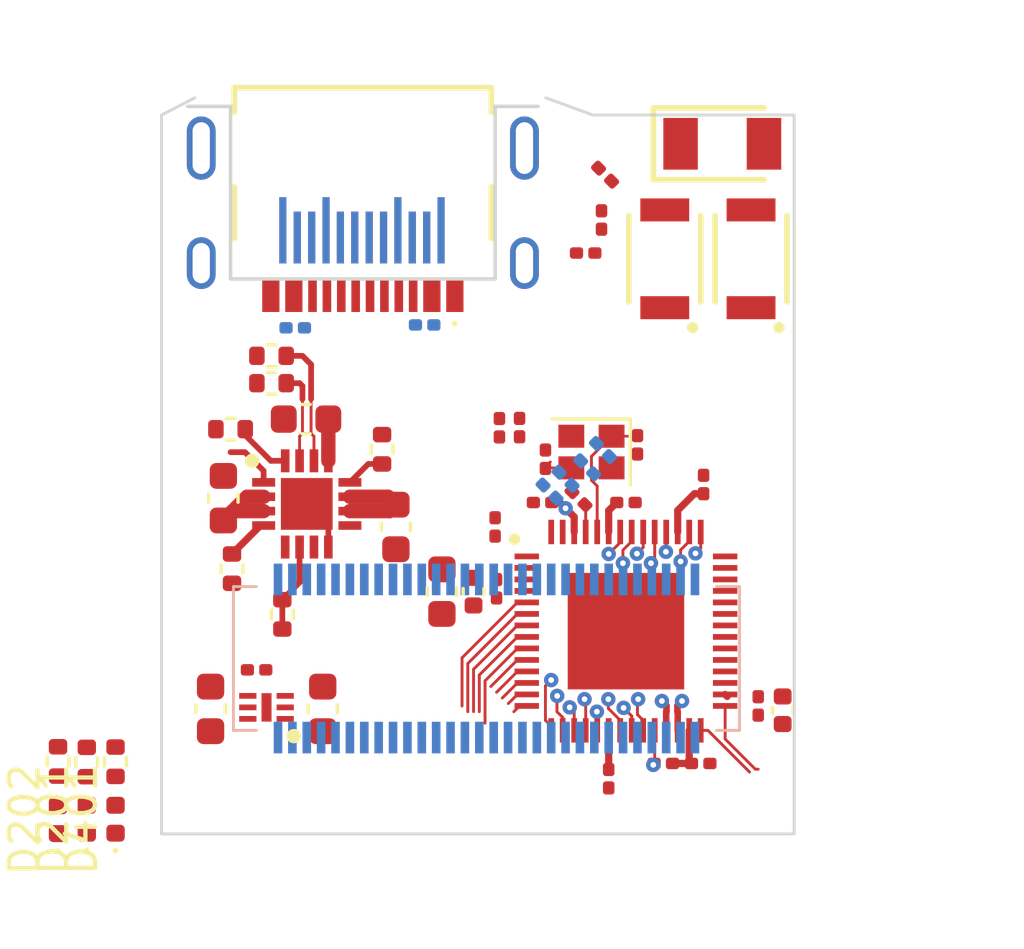
<source format=kicad_pcb>
(kicad_pcb (version 20221018) (generator pcbnew)
  (layers (0 "F.Cu" signal) (1 "In1.Cu" signal) (2 "In2.Cu" signal) (31 "B.Cu" signal) (34 "B.Paste" user) (35 "F.Paste" user) (36 "B.SilkS" user "B.Silkscreen") (37 "F.SilkS" user "F.Silkscreen") (38 "B.Mask" user) (39 "F.Mask" user) (44 "Edge.Cuts" user))
  (net 0 "")
  (net 1 "Net-(ANT401-A)")
  (net 2 "/200_1S_Charger/VBAT")
  (net 3 "GND")
  (net 4 "VBUS")
  (net 5 "/200_1S_Charger/VSYS")
  (net 6 "/300_Power/VSYS")
  (net 7 "+3V3")
  (net 8 "Net-(C401-Pad1)")
  (net 9 "Net-(U401-XTAL_N)")
  (net 10 "/400_ESP32/LNA_IN")
  (net 11 "SPI6")
  (net 12 "/400_ESP32/EN")
  (net 13 "/200_1S_Charger/BQ_PGOOD")
  (net 14 "/200_1S_Charger/LED_PG")
  (net 15 "/200_1S_Charger/BQ_CHG")
  (net 16 "/200_1S_Charger/LED_CHG")
  (net 17 "/400_ESP32/LED_NET")
  (net 18 "/100_Connectors/CC1")
  (net 19 "/100_Connectors/D+")
  (net 20 "/100_Connectors/D-")
  (net 22 "/100_Connectors/CC2")
  (net 24 "/100_Connectors/VBAT")
  (net 25 "/100_Connectors/VSYS")
  (net 26 "/100_Connectors/RX0")
  (net 27 "IO0")
  (net 28 "/100_Connectors/TX0")
  (net 29 "IO1")
  (net 30 "SPI0")
  (net 31 "IO2")
  (net 32 "SPI1")
  (net 33 "IO3")
  (net 34 "SPI2")
  (net 35 "IO4")
  (net 36 "SPI3")
  (net 37 "IO5")
  (net 38 "SPI4")
  (net 39 "IO6")
  (net 40 "SPI5")
  (net 41 "IO7")
  (net 42 "SPI7")
  (net 43 "IO8")
  (net 44 "/100_Connectors/BATTERY_TEMP")
  (net 45 "IO9")
  (net 46 "IO10")
  (net 47 "IO11")
  (net 48 "IO34")
  (net 49 "IO12")
  (net 50 "IO35")
  (net 51 "IO13")
  (net 52 "IO36")
  (net 53 "IO14")
  (net 54 "IO37")
  (net 55 "IO15")
  (net 56 "IO38")
  (net 57 "IO16")
  (net 58 "IO39")
  (net 59 "IO17")
  (net 60 "IO40")
  (net 61 "IO18")
  (net 62 "IO41")
  (net 63 "IO21")
  (net 64 "IO42")
  (net 65 "IO33")
  (net 66 "/200_1S_Charger/SYSOFF")
  (net 67 "/200_1S_Charger/TMR")
  (net 68 "/200_1S_Charger/ISET")
  (net 69 "/200_1S_Charger/ILIM")
  (net 70 "/200_1S_Charger/BQ_CE")
  (net 71 "/300_Power/PRIM_LDO_EN")
  (net 72 "Net-(U401-XTAL_P)")
  (net 73 "/400_ESP32/IO46")
  (net 74 "/400_ESP32/IO45")
  (footprint "Capacitor_SMD:C_0201_0603Metric" (layer "F.Cu") (at 172.75 55.55 -90)
    (fp_text reference "C412" hide)
    (fp_text value "100n")
  )
  (footprint "Capacitor_SMD:C_0201_0603Metric" (layer "F.Cu") (at 168.550002 46.47 -90)
    (fp_text reference "C402" hide)
    (fp_text value "15p")
  )
  (footprint "Resistor_SMD:R_0201_0603Metric" (layer "F.Cu") (at 166.500001 48.325 -45)
    (fp_text reference "R401" hide)
    (fp_text value "0")
  )
  (footprint "Capacitor_SMD:C_0603_1608Metric" (layer "F.Cu") (at 161.750001 51.575 90)
    (fp_text reference "C409" hide)
    (fp_text value "10u")
  )
  (footprint "Component_lib:QFN40P700X700X90-57N-D" (layer "F.Cu") (at 168.15 52.95)
    (fp_text reference "U401" hide)
    (fp_text value "ESP32-S2FH4" hide)
  )
  (footprint "Capacitor_SMD:C_0201_0603Metric" (layer "F.Cu") (at 170.75 57.55)
    (fp_text reference "C416" hide)
    (fp_text value "100n")
  )
  (footprint "Capacitor_SMD:C_0603_1608Metric" (layer "F.Cu") (at 160.149999 49.325 -90)
    (fp_text reference "C203" hide)
    (fp_text value "4u7")
  )
  (footprint "Capacitor_SMD:C_0201_0603Metric" (layer "F.Cu") (at 166.75 39.8 180)
    (fp_text reference "C407" hide)
    (fp_text value "C")
  )
  (footprint "LED_SMD:LED_0402_1005Metric" (layer "F.Cu") (at 150.4 59.49 90)
    (fp_text reference "D401")
    (fp_text value "LED")
  )
  (footprint "Component_lib:Crystal_SMD_2016-4Pin_2.0x1.6mm" (layer "F.Cu") (at 166.950001 46.72 180)
    (fp_text reference "Y601" hide)
    (fp_text value "Crystal_GND24_Small")
  )
  (footprint "Capacitor_SMD:C_0201_0603Metric" (layer "F.Cu") (at 167.423726 37.073726 135)
    (fp_text reference "C406" hide)
    (fp_text value "C")
  )
  (footprint "LED_SMD:LED_0402_1005Metric" (layer "F.Cu") (at 148.4 59.505 90)
    (fp_text reference "D202")
    (fp_text value "LED")
  )
  (footprint "Inductor_SMD:L_0201_0603Metric" (layer "F.Cu") (at 167.3 38.65 -90)
    (fp_text reference "L401" hide)
    (fp_text value "L")
  )
  (footprint "Resistor_SMD:R_0402_1005Metric" (layer "F.Cu") (at 155.824999 43.375001 180)
    (fp_text reference "R202" hide)
    (fp_text value "36k5")
  )
  (footprint "Capacitor_SMD:C_0402_1005Metric" (layer "F.Cu") (at 173.6 55.7 -90)
    (fp_text reference "C413" hide)
    (fp_text value "1u")
  )
  (footprint "Component_lib:QFN50P300X300X100-17N-D" (layer "F.Cu") (at 157.049998 48.525)
    (fp_text reference "U201" hide)
    (fp_text value "BQ24075RGTR" hide)
  )
  (footprint "Capacitor_SMD:C_0402_1005Metric" (layer "F.Cu") (at 162.850001 51.575 90)
    (fp_text reference "C410" hide)
    (fp_text value "1u")
  )
  (footprint "Resistor_SMD:R_0402_1005Metric" (layer "F.Cu") (at 149.4 57.5 -90)
    (fp_text reference "R205" hide)
    (fp_text value "1k5")
  )
  (footprint "Capacitor_SMD:C_0201_0603Metric" (layer "F.Cu") (at 163.600001 49.325 90)
    (fp_text reference "C408" hide)
    (fp_text value "100n")
  )
  (footprint "Capacitor_SMD:C_0201_0603Metric" (layer "F.Cu") (at 165.350002 46.97 90)
    (fp_text reference "C401" hide)
    (fp_text value "15p")
  )
  (footprint "Capacitor_SMD:C_0201_0603Metric" (layer "F.Cu") (at 167.550001 58.08 -90)
    (fp_text reference "C415" hide)
    (fp_text value "100n")
  )
  (footprint "Capacitor_SMD:C_0603_1608Metric" (layer "F.Cu") (at 153.704999 55.653 90)
    (fp_text reference "C301" hide)
    (fp_text value "2u2")
  )
  (footprint "Resistor_SMD:R_0201_0603Metric" (layer "F.Cu") (at 155.304999 54.294999 180)
    (fp_text reference "R301" hide)
    (fp_text value "0k")
  )
  (footprint "Capacitor_SMD:C_0603_1608Metric" (layer "F.Cu") (at 157.604999 55.653 90)
    (fp_text reference "C302" hide)
    (fp_text value "2u2")
  )
  (footprint "Resistor_SMD:R_0402_1005Metric" (layer "F.Cu") (at 148.4 57.48 -90)
    (fp_text reference "R206" hide)
    (fp_text value "1k5")
  )
  (footprint "Capacitor_SMD:C_0603_1608Metric" (layer "F.Cu") (at 154.15 48.325 90)
    (fp_text reference "C201" hide)
    (fp_text value "4u7")
  )
  (footprint "Capacitor_SMD:C_0201_0603Metric" (layer "F.Cu") (at 165.250001 48.475 180)
    (fp_text reference "C404" hide)
    (fp_text value "100n")
  )
  (footprint "Resistor_SMD:R_0201_0603Metric" (layer "F.Cu") (at 169.45 57.55 180)
    (fp_text reference "R404" hide)
    (fp_text value "10k")
  )
  (footprint "Capacitor_SMD:C_0603_1608Metric" (layer "F.Cu") (at 157.024999 45.575 180)
    (fp_text reference "C202" hide)
    (fp_text value "1u")
  )
  (footprint "LED_SMD:LED_0402_1005Metric" (layer "F.Cu") (at 149.4 59.49 90)
    (fp_text reference "D201")
    (fp_text value "LED")
  )
  (footprint "Component_lib:usb-c-pcb" (layer "F.Cu") (at 158.97 41.86)
    (fp_text reference "REF**" hide)
    (fp_text value "usb-c-pcb")
  )
  (footprint "Resistor_SMD:R_0402_1005Metric" (layer "F.Cu") (at 156.2 52.365 -90)
    (fp_text reference "R1" hide)
    (fp_text value "R")
  )
  (footprint "Resistor_SMD:R_0402_1005Metric" (layer "F.Cu") (at 154.449999 50.775 -90)
    (fp_text reference "R207" hide)
    (fp_text value "100k")
  )
  (footprint "Component_lib:SON40P120X120X60-7N-D" (layer "F.Cu") (at 155.65 55.6 180)
    (fp_text reference "U301" hide)
    (fp_text value "MIC5528-3.3YMT-T5" hide)
  )
  (footprint "Component_lib:B3U-1000P" (layer "F.Cu") (at 169.5 40 -90)
    (fp_text reference "SW402" hide)
    (fp_text value "SW_Push" hide)
  )
  (footprint "Component_lib:USB4510031A" (layer "F.Cu") (at 159.000001 37.3 180)
    (fp_text reference "J101" hide)
    (fp_text value "USB4510-03-1-A" hide)
    (fp_line (start -4.6 -3.4) (end 4.6 -3.4) (stroke (width 0.12)) (layer "Edge.Cuts"))
    (fp_line (start -4.6 2.6) (end -6.1 2.6) (stroke (width 0.12)) (layer "Edge.Cuts"))
    (fp_line (start -4.6 2.6) (end -4.6 -3.4) (stroke (width 0.12)) (layer "Edge.Cuts"))
    (fp_line (start 4.6 -3.4) (end 4.6 2.6) (stroke (width 0.12)) (layer "Edge.Cuts"))
    (fp_line (start 4.6 2.6) (end 6.1 2.6) (stroke (width 0.12)) (layer "Edge.Cuts"))
  )
  (footprint "Resistor_SMD:R_0402_1005Metric" (layer "F.Cu") (at 154.399999 45.925 180)
    (fp_text reference "R203" hide)
    (fp_text value "590")
  )
  (footprint "Capacitor_SMD:C_0201_0603Metric" (layer "F.Cu") (at 168.150001 48.475)
    (fp_text reference "C405" hide)
    (fp_text value "100n")
  )
  (footprint "Capacitor_SMD:C_0201_0603Metric" (layer "F.Cu") (at 163.650001 51.475 90)
    (fp_text reference "C411" hide)
    (fp_text value "100n")
  )
  (footprint "Resistor_SMD:R_0402_1005Metric" (layer "F.Cu") (at 155.824999 44.324999 180)
    (fp_text reference "R201" hide)
    (fp_text value "0")
  )
  (footprint "Component_lib:ANTC3216X140N" (layer "F.Cu") (at 171.5 36)
    (fp_text reference "ANT401" hide)
    (fp_text value "2450AT18A100E" hide)
  )
  (footprint "Component_lib:B3U-1000P" (layer "F.Cu") (at 172.5 40 -90)
    (fp_text reference "SW401" hide)
    (fp_text value "SW_Push" hide)
  )
  (footprint "Resistor_SMD:R_0201_0603Metric" (layer "F.Cu") (at 163.750001 45.875 -90)
    (fp_text reference "R403" hide)
    (fp_text value "10k")
  )
  (footprint "Capacitor_SMD:C_0201_0603Metric" (layer "F.Cu") (at 170.85 47.850001 90)
    (fp_text reference "C403" hide)
    (fp_text value "100n")
  )
  (footprint "Resistor_SMD:R_0402_1005Metric" (layer "F.Cu") (at 150.400001 57.49 -90)
    (fp_text reference "R402" hide)
    (fp_text value "2k")
  )
  (footprint "Capacitor_SMD:C_0201_0603Metric" (layer "F.Cu") (at 164.45 45.870001 90)
    (fp_text reference "C414" hide)
    (fp_text value "100n")
  )
  (footprint "Resistor_SMD:R_0402_1005Metric" (layer "F.Cu") (at 159.669999 46.624999 -90)
    (fp_text reference "R204" hide)
    (fp_text value "1k1")
  )
  (footprint "Resistor_SMD:R_0201_0603Metric" (layer "B.Cu") (at 156.65 42.4 180)
    (fp_text reference "R101" hide)
    (fp_text value "5.1k")
  )
  (footprint "Component_lib:547220604" (layer "B.Cu") (at 163.3 53.9)
    (fp_text reference "J102" hide)
    (fp_text value "54722-0604" hide)
  )
  (footprint "Resistor_SMD:R_0201_0603Metric" (layer "B.Cu") (at 166.05 47.65 -45)
    (fp_text reference "R405" hide)
    (fp_text value "nu")
  )
  (footprint "Resistor_SMD:R_0201_0603Metric" (layer "B.Cu") (at 166.8 47.25 -45)
    (fp_text reference "R406" hide)
    (fp_text value "nu")
  )
  (footprint "Resistor_SMD:R_0201_0603Metric" (layer "B.Cu") (at 161.15 42.3)
    (fp_text reference "R102" hide)
    (fp_text value "5.1k")
  )
  (footprint "Resistor_SMD:R_0201_0603Metric" (layer "B.Cu") (at 167.35 46.65 135)
    (fp_text reference "R408" hide)
    (fp_text value "nu")
  )
  (footprint "Resistor_SMD:R_0201_0603Metric" (layer "B.Cu") (at 165.493952 48.093952 135)
    (fp_text reference "R407" hide)
    (fp_text value "nu")
  )
  (gr_line (start 174 60) (end 174 35) (stroke (width 0.1)) (layer "Edge.Cuts"))
  (gr_line (start 167 35) (end 165.358 34.4) (stroke (width 0.1)) (layer "Edge.Cuts"))
  (gr_line (start 153.158 34.4) (end 152 35) (stroke (width 0.1)) (layer "Edge.Cuts"))
  (gr_line (start 174 35) (end 167 35) (stroke (width 0.1)) (layer "Edge.Cuts"))
  (gr_line (start 152 35) (end 152 60) (stroke (width 0.1)) (layer "Edge.Cuts"))
  (gr_line (start 152 60) (end 174 60) (stroke (width 0.1)) (layer "Edge.Cuts"))
  (segment (start 154.474999 48.775) (end 154.149999 49.1) (width 0.5) (layer "F.Cu") (net 2))
  (segment (start 154.974999 48.275) (end 154.149999 49.1) (width 0.5) (layer "F.Cu") (net 2))
  (segment (start 155.549999 48.775) (end 154.474999 48.775) (width 0.5) (layer "F.Cu") (net 2))
  (segment (start 155.549999 48.275) (end 154.974999 48.275) (width 0.5) (layer "F.Cu") (net 2))
  (segment (start 156.799999 51.254999) (end 156.799999 50.025) (width 0.2) (layer "F.Cu") (net 3))
  (segment (start 157.799999 50.025) (end 157.799999 49.275001) (width 0.2) (layer "F.Cu") (net 3))
  (segment (start 157.799999 49.275001) (end 157.049998 48.525) (width 0.2) (layer "F.Cu") (net 3))
  (segment (start 156.2 51.854999) (end 156.799999 51.254999) (width 0.2) (layer "F.Cu") (net 3))
  (segment (start 156.2 51.854999) (end 156.199999 52.875) (width 0.2) (layer "F.Cu") (net 3))
  (segment (start 156.8 48.775) (end 157.049998 48.525) (width 0.2) (layer "F.Cu") (net 3))
  (segment (start 157.799999 47.024999) (end 157.799999 45.425001) (width 0.5) (layer "F.Cu") (net 4))
  (segment (start 158.549998 48.775) (end 159.924999 48.775) (width 0.5) (layer "F.Cu") (net 5))
  (segment (start 159.924999 48.775) (end 160.149999 48.55) (width 0.5) (layer "F.Cu") (net 5))
  (segment (start 158.549999 48.275) (end 159.874999 48.275) (width 0.5) (layer "F.Cu") (net 5))
  (segment (start 159.874999 48.275) (end 160.149999 48.55) (width 0.5) (layer "F.Cu") (net 5))
  (segment (start 165.570001 48.475) (end 165.850001 48.475) (width 0.25) (layer "F.Cu") (net 7))
  (segment (start 167.55 48.755001) (end 167.830001 48.475) (width 0.25) (layer "F.Cu") (net 7))
  (segment (start 166.35 49.5) (end 166.35 48.974999) (width 0.25) (layer "F.Cu") (net 7))
  (segment (start 170.53 48.17) (end 170.85 48.17) (width 0.25) (layer "F.Cu") (net 7))
  (segment (start 167.550001 57.76) (end 167.55 56.4) (width 0.25) (layer "F.Cu") (net 7))
  (segment (start 165.850001 48.475) (end 166.050001 48.675) (width 0.25) (layer "F.Cu") (net 7))
  (segment (start 170.35 56.4) (end 170.35 57.47) (width 0.25) (layer "F.Cu") (net 7))
  (segment (start 170.35 57.47) (end 170.43 57.55) (width 0.25) (layer "F.Cu") (net 7))
  (segment (start 167.55 49.5) (end 167.55 48.755001) (width 0.25) (layer "F.Cu") (net 7))
  (segment (start 169.95 48.75) (end 170.53 48.17) (width 0.25) (layer "F.Cu") (net 7))
  (segment (start 166.35 48.974999) (end 166.050001 48.675) (width 0.25) (layer "F.Cu") (net 7))
  (segment (start 169.95 49.5) (end 169.95 48.75) (width 0.25) (layer "F.Cu") (net 7))
  (segment (start 170.43 57.55) (end 169.77 57.55) (width 0.25) (layer "F.Cu") (net 7))
  (via (at 166.050001 48.675) (size 0.5) (drill 0.2) (layers "F.Cu" "B.Cu") (net 7))
  (segment (start 166.273727 47.293726) (end 166.250001 47.27) (width 0.1) (layer "F.Cu") (net 8))
  (segment (start 165.350002 47.29) (end 165.370002 47.27) (width 0.09) (layer "F.Cu") (net 8))
  (segment (start 166.273727 48.098726) (end 166.273727 47.293726) (width 0.1) (layer "F.Cu") (net 8))
  (segment (start 165.5 47.085) (end 165.52 47.065) (width 0.1) (layer "F.Cu") (net 8))
  (segment (start 165.370002 47.27) (end 166.250001 47.27) (width 0.09) (layer "F.Cu") (net 8))
  (segment (start 168.7 46.15) (end 168.68 46.17) (width 0.09) (layer "F.Cu") (net 9))
  (segment (start 167.15 49.5) (end 167.15 47.899999) (width 0.1) (layer "F.Cu") (net 9))
  (segment (start 168.530002 46.17) (end 168.550002 46.15) (width 0.09) (layer "F.Cu") (net 9))
  (segment (start 166.950001 47.7) (end 166.950001 46.87) (width 0.1) (layer "F.Cu") (net 9))
  (segment (start 167.650001 46.17) (end 168.530002 46.17) (width 0.09) (layer "F.Cu") (net 9))
  (segment (start 166.950001 46.87) (end 167.650001 46.17) (width 0.1) (layer "F.Cu") (net 9))
  (segment (start 167.15 47.899999) (end 166.950001 47.7) (width 0.1) (layer "F.Cu") (net 9))
  (segment (start 171.67 55.22) (end 171.6 55.15) (width 0.25) (layer "F.Cu") (net 11))
  (segment (start 169.95 55.762499) (end 169.94 55.752499) (width 0.228) (layer "F.Cu") (net 19))
  (segment (start 169.94 55.752499) (end 169.94 55.537818) (width 0.228) (layer "F.Cu") (net 19))
  (segment (start 169.94 55.537818) (end 170.1 55.377818) (width 0.228) (layer "F.Cu") (net 19))
  (segment (start 169.949999 56.4) (end 169.95 55.762499) (width 0.228) (layer "F.Cu") (net 19))
  (via (at 170.1 55.377818) (size 0.5) (drill 0.2) (layers "F.Cu" "B.Cu") (net 19))
  (segment (start 169.56 55.537818) (end 169.4 55.377818) (width 0.228) (layer "F.Cu") (net 20))
  (segment (start 169.56 55.752499) (end 169.56 55.537818) (width 0.228) (layer "F.Cu") (net 20))
  (segment (start 169.55 55.762499) (end 169.56 55.752499) (width 0.228) (layer "F.Cu") (net 20))
  (segment (start 169.550001 56.4) (end 169.55 55.762499) (width 0.228) (layer "F.Cu") (net 20))
  (via (at 169.4 55.377818) (size 0.5) (drill 0.2) (layers "F.Cu" "B.Cu") (net 20))
  (segment (start 168.35 49.5) (end 168.35 49.825) (width 0.1) (layer "F.Cu") (net 26))
  (segment (start 168.044443 50.130558) (end 168.044443 50.5855) (width 0.1) (layer "F.Cu") (net 26))
  (segment (start 168.35 49.825) (end 168.044443 50.130558) (width 0.1) (layer "F.Cu") (net 26))
  (via (at 168.044443 50.5855) (size 0.5) (drill 0.2) (layers "F.Cu" "B.Cu") (net 26))
  (segment (start 162.45 53.875) (end 162.45 55.55) (width 0.1) (layer "F.Cu") (net 27))
  (segment (start 164.375 51.95) (end 162.45 53.875) (width 0.1) (layer "F.Cu") (net 27))
  (segment (start 164.7 51.95) (end 164.375 51.95) (width 0.1) (layer "F.Cu") (net 27))
  (segment (start 168.75 50.036585) (end 168.53218 50.254405) (width 0.1) (layer "F.Cu") (net 28))
  (segment (start 168.75 49.5) (end 168.75 50.036585) (width 0.1) (layer "F.Cu") (net 28))
  (via (at 168.53218 50.254405) (size 0.5) (drill 0.2) (layers "F.Cu" "B.Cu") (net 28))
  (segment (start 164.375 52.350001) (end 162.65 54.075) (width 0.1) (layer "F.Cu") (net 29))
  (segment (start 162.65 54.075) (end 162.649999 55.75) (width 0.1) (layer "F.Cu") (net 29))
  (segment (start 164.7 52.35) (end 164.375 52.350001) (width 0.1) (layer "F.Cu") (net 29))
  (segment (start 164.375 52.75) (end 162.85 54.275) (width 0.1) (layer "F.Cu") (net 31))
  (segment (start 164.7 52.75) (end 164.375 52.75) (width 0.1) (layer "F.Cu") (net 31))
  (segment (start 162.85 54.275) (end 162.85 55.75) (width 0.1) (layer "F.Cu") (net 31))
  (segment (start 164.7 53.15) (end 164.375 53.15) (width 0.1) (layer "F.Cu") (net 33))
  (segment (start 164.375 53.15) (end 163.05 54.475) (width 0.1) (layer "F.Cu") (net 33))
  (segment (start 163.05 54.475) (end 163.05 55.75) (width 0.1) (layer "F.Cu") (net 33))
  (segment (start 164.7 53.55) (end 164.375 53.55) (width 0.1) (layer "F.Cu") (net 35))
  (segment (start 163.25 54.675) (end 163.25 56.15) (width 0.1) (layer "F.Cu") (net 35))
  (segment (start 164.375 53.55) (end 163.25 54.675) (width 0.1) (layer "F.Cu") (net 35))
  (segment (start 164.7 53.95) (end 164.375 53.949999) (width 0.1) (layer "F.Cu") (net 37))
  (segment (start 164.375 53.949999) (end 163.45 54.875) (width 0.1) (layer "F.Cu") (net 37))
  (segment (start 164.7 54.35) (end 164.375 54.35) (width 0.1) (layer "F.Cu") (net 39))
  (segment (start 164.375 54.35) (end 163.65 55.075) (width 0.1) (layer "F.Cu") (net 39))
  (segment (start 164.7 54.75) (end 164.375 54.75) (width 0.1) (layer "F.Cu") (net 41))
  (segment (start 164.375 54.75) (end 163.85 55.275) (width 0.1) (layer "F.Cu") (net 41))
  (segment (start 172.65 57.75) (end 172.75 57.75) (width 0.1) (layer "F.Cu") (net 42))
  (segment (start 171.6 56.700001) (end 172.65 57.75) (width 0.1) (layer "F.Cu") (net 42))
  (segment (start 171.6 55.55) (end 171.6 56.700001) (width 0.1) (layer "F.Cu") (net 42))
  (segment (start 164.7 55.15) (end 164.375001 55.15) (width 0.1) (layer "F.Cu") (net 43))
  (segment (start 164.375001 55.15) (end 164.06 55.465) (width 0.1) (layer "F.Cu") (net 43))
  (segment (start 154.799999 46.725) (end 154.399999 46.725) (width 0.2) (layer "F.Cu") (net 44))
  (segment (start 155.549999 47.775) (end 155.55 47.375) (width 0.2) (layer "F.Cu") (net 44))
  (segment (start 154.899999 46.725) (end 154.799999 46.725) (width 0.2) (layer "F.Cu") (net 44))
  (segment (start 155.55 47.375) (end 155.149999 46.975) (width 0.2) (layer "F.Cu") (net 44))
  (segment (start 155.149999 46.975) (end 154.899999 46.725) (width 0.2) (layer "F.Cu") (net 44))
  (segment (start 164.7 55.55) (end 164.45 55.55) (width 0.1) (layer "F.Cu") (net 45))
  (segment (start 164.45 55.55) (end 164.25 55.75) (width 0.1) (layer "F.Cu") (net 45))
  (segment (start 165.35 54.85) (end 165.55 54.65) (width 0.1) (layer "F.Cu") (net 46))
  (segment (start 165.550001 56.25) (end 165.35 56.05) (width 0.1) (layer "F.Cu") (net 46))
  (segment (start 165.35 56.05) (end 165.35 54.85) (width 0.1) (layer "F.Cu") (net 46))
  (segment (start 165.55 56.400001) (end 165.550001 56.25) (width 0.1) (layer "F.Cu") (net 46))
  (via (at 165.55 54.65) (size 0.5) (drill 0.2) (layers "F.Cu" "B.Cu") (net 46))
  (segment (start 165.75 55.21016) (end 165.75892 55.20124) (width 0.1) (layer "F.Cu") (net 47))
  (segment (start 165.749999 55.75) (end 165.75 55.21016) (width 0.1) (layer "F.Cu") (net 47))
  (segment (start 165.95 55.95) (end 165.749999 55.75) (width 0.1) (layer "F.Cu") (net 47))
  (segment (start 165.95 56.4) (end 165.95 55.95) (width 0.1) (layer "F.Cu") (net 47))
  (via (at 165.75892 55.20124) (size 0.5) (drill 0.2) (layers "F.Cu" "B.Cu") (net 47))
  (segment (start 166.35 56.4) (end 166.349999 55.755982) (width 0.1) (layer "F.Cu") (net 49))
  (segment (start 166.349999 55.755982) (end 166.193534 55.599516) (width 0.1) (layer "F.Cu") (net 49))
  (via (at 166.193534 55.599516) (size 0.5) (drill 0.2) (layers "F.Cu" "B.Cu") (net 49))
  (segment (start 166.75 55.354947) (end 166.709555 55.314502) (width 0.1) (layer "F.Cu") (net 51))
  (segment (start 166.75 56.4) (end 166.75 55.354947) (width 0.1) (layer "F.Cu") (net 51))
  (via (at 166.709555 55.314502) (size 0.5) (drill 0.2) (layers "F.Cu" "B.Cu") (net 51))
  (segment (start 167.149999 56.4) (end 167.15 55.7605) (width 0.1) (layer "F.Cu") (net 53))
  (segment (start 167.15 55.7605) (end 167.1395 55.75) (width 0.1) (layer "F.Cu") (net 53))
  (via (at 167.1395 55.75) (size 0.5) (drill 0.2) (layers "F.Cu" "B.Cu") (net 53))
  (segment (start 167.95 56.05) (end 167.536807 55.636807) (width 0.1) (layer "F.Cu") (net 55))
  (segment (start 167.536807 55.636807) (end 167.536807 55.3145) (width 0.1) (layer "F.Cu") (net 55))
  (segment (start 167.95 56.4) (end 167.95 56.05) (width 0.1) (layer "F.Cu") (net 55))
  (via (at 167.536807 55.3145) (size 0.5) (drill 0.2) (layers "F.Cu" "B.Cu") (net 55))
  (segment (start 168.35 56.400001) (end 168.35 55.899163) (width 0.1) (layer "F.Cu") (net 57))
  (segment (start 168.35 55.899163) (end 168.068168 55.61733) (width 0.1) (layer "F.Cu") (net 57))
  (via (at 168.068168 55.61733) (size 0.5) (drill 0.2) (layers "F.Cu" "B.Cu") (net 57))
  (segment (start 170.75 50.061261) (end 170.567882 50.243379) (width 0.1) (layer "F.Cu") (net 58))
  (segment (start 170.75 49.5) (end 170.75 50.061261) (width 0.1) (layer "F.Cu") (net 58))
  (via (at 170.567882 50.243379) (size 0.5) (drill 0.2) (layers "F.Cu" "B.Cu") (net 58))
  (segment (start 168.75 56.05) (end 168.55 55.85) (width 0.1) (layer "F.Cu") (net 59))
  (segment (start 168.75 56.4) (end 168.75 56.05) (width 0.1) (layer "F.Cu") (net 59))
  (segment (start 168.55 55.338443) (end 168.573942 55.314501) (width 0.1) (layer "F.Cu") (net 59))
  (segment (start 168.55 55.85) (end 168.55 55.338443) (width 0.1) (layer "F.Cu") (net 59))
  (via (at 168.573942 55.314501) (size 0.5) (drill 0.2) (layers "F.Cu" "B.Cu") (net 59))
  (segment (start 170.35 49.825) (end 170.050001 50.125) (width 0.1) (layer "F.Cu") (net 60))
  (segment (start 170.35 49.5) (end 170.35 49.825) (width 0.1) (layer "F.Cu") (net 60))
  (segment (start 170.050001 50.125) (end 170.050001 50.525) (width 0.1) (layer "F.Cu") (net 60))
  (via (at 170.050001 50.525) (size 0.5) (drill 0.2) (layers "F.Cu" "B.Cu") (net 60))
  (segment (start 169.15 57.53) (end 169.13 57.55) (width 0.09) (layer "F.Cu") (net 61))
  (segment (start 169.13 57.55) (end 169.13 57.57) (width 0.09) (layer "F.Cu") (net 61))
  (segment (start 169.13 57.57) (end 169.1 57.6) (width 0.09) (layer "F.Cu") (net 61))
  (segment (start 169.15 57.55) (end 169.1 57.6) (width 0.1) (layer "F.Cu") (net 61))
  (segment (start 169.15 56.4) (end 169.15 57.55) (width 0.1) (layer "F.Cu") (net 61))
  (via (at 169.1 57.6) (size 0.5) (drill 0.2) (layers "F.Cu" "B.Cu") (net 61))
  (segment (start 169.55 50.179606) (end 169.5395 50.190106) (width 0.1) (layer "F.Cu") (net 62))
  (segment (start 169.55 49.5) (end 169.55 50.179606) (width 0.1) (layer "F.Cu") (net 62))
  (via (at 169.5395 50.190106) (size 0.5) (drill 0.2) (layers "F.Cu" "B.Cu") (net 62))
  (segment (start 170.75 56.4) (end 171 56.400001) (width 0.1) (layer "F.Cu") (net 63))
  (segment (start 171 56.400001) (end 172.45 57.85) (width 0.1) (layer "F.Cu") (net 63))
  (segment (start 169.15 49.5) (end 169.15 50.455419) (width 0.1) (layer "F.Cu") (net 64))
  (segment (start 169.15 50.455419) (end 169.019919 50.5855) (width 0.1) (layer "F.Cu") (net 64))
  (via (at 169.019919 50.5855) (size 0.5) (drill 0.2) (layers "F.Cu" "B.Cu") (net 64))
  (segment (start 156.799999 46.175) (end 156.899999 46.075) (width 0.1) (layer "F.Cu") (net 66))
  (segment (start 156.899999 46.075) (end 156.899999 44.875) (width 0.1) (layer "F.Cu") (net 66))
  (segment (start 156.335 44.325) (end 156.799999 44.324999) (width 0.2) (layer "F.Cu") (net 66))
  (segment (start 156.799999 47.025) (end 156.839999 46.985001) (width 0.1) (layer "F.Cu") (net 66))
  (segment (start 156.799999 44.324999) (end 156.899999 44.425) (width 0.2) (layer "F.Cu") (net 66))
  (segment (start 156.799999 47.025) (end 156.799999 46.175) (width 0.1) (layer "F.Cu") (net 66))
  (segment (start 156.864999 46.96) (end 156.799999 47.025) (width 0.1) (layer "F.Cu") (net 66))
  (segment (start 156.899999 44.425) (end 156.899999 44.875) (width 0.2) (layer "F.Cu") (net 66))
  (segment (start 157.199999 43.675) (end 157.199999 44.875) (width 0.2) (layer "F.Cu") (net 67))
  (segment (start 157.299999 46.174998) (end 157.199999 46.075) (width 0.1) (layer "F.Cu") (net 67))
  (segment (start 157.299999 47.025) (end 157.299999 46.174998) (width 0.1) (layer "F.Cu") (net 67))
  (segment (start 156.334997 43.375) (end 156.899999 43.375001) (width 0.2) (layer "F.Cu") (net 67))
  (segment (start 157.199999 46.075) (end 157.199999 44.875) (width 0.1) (layer "F.Cu") (net 67))
  (segment (start 156.899999 43.375001) (end 157.199999 43.675) (width 0.2) (layer "F.Cu") (net 67))
  (segment (start 154.909999 46.135) (end 155.799999 47.025) (width 0.2) (layer "F.Cu") (net 68))
  (segment (start 155.799999 47.025) (end 156.299999 47.025) (width 0.2) (layer "F.Cu") (net 68))
  (segment (start 154.909998 45.925) (end 154.909999 46.135) (width 0.2) (layer "F.Cu") (net 68))
  (segment (start 159.189999 47.135001) (end 158.55 47.775) (width 0.2) (layer "F.Cu") (net 69))
  (segment (start 159.669999 47.135) (end 159.189999 47.135001) (width 0.2) (layer "F.Cu") (net 69))
  (segment (start 155.439999 49.275001) (end 154.449999 50.265001) (width 0.25) (layer "F.Cu") (net 70))
  (segment (start 155.549999 49.274999) (end 155.439999 49.275001) (width 0.25) (layer "F.Cu") (net 70))
  (segment (start 166.75 48.574999) (end 166.726275 48.551274) (width 0.1) (layer "F.Cu") (net 72))
  (segment (start 166.75 49.5) (end 166.75 48.574999) (width 0.1) (layer "F.Cu") (net 72))
  (segment (start 167.95 49.864503) (end 167.550001 50.264502) (width 0.1) (layer "F.Cu") (net 74))
  (segment (start 167.95 49.5) (end 167.95 49.864503) (width 0.1) (layer "F.Cu") (net 74))
  (via (at 167.550001 50.264502) (size 0.5) (drill 0.2) (layers "F.Cu" "B.Cu") (net 74))
)
</source>
